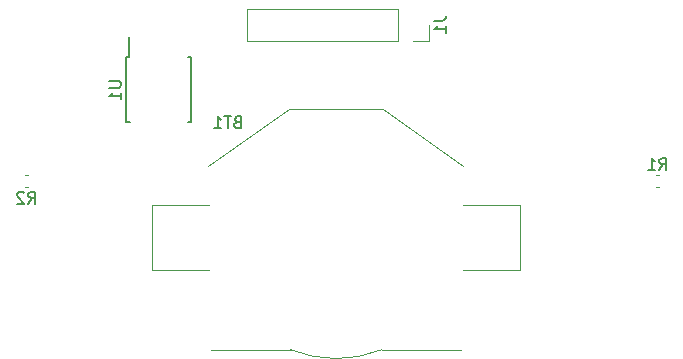
<source format=gbr>
G04 #@! TF.GenerationSoftware,KiCad,Pcbnew,(5.1.4)-1*
G04 #@! TF.CreationDate,2020-02-13T00:02:55-05:00*
G04 #@! TF.ProjectId,enemies,656e656d-6965-4732-9e6b-696361645f70,rev?*
G04 #@! TF.SameCoordinates,Original*
G04 #@! TF.FileFunction,Legend,Bot*
G04 #@! TF.FilePolarity,Positive*
%FSLAX46Y46*%
G04 Gerber Fmt 4.6, Leading zero omitted, Abs format (unit mm)*
G04 Created by KiCad (PCBNEW (5.1.4)-1) date 2020-02-13 00:02:55*
%MOMM*%
%LPD*%
G04 APERTURE LIST*
%ADD10C,0.150000*%
%ADD11C,0.120000*%
G04 APERTURE END LIST*
D10*
X117450000Y-89250000D02*
X117450000Y-87500000D01*
X122755000Y-89250000D02*
X122755000Y-94750000D01*
X117245000Y-89250000D02*
X117245000Y-94750000D01*
X122755000Y-89250000D02*
X122455000Y-89250000D01*
X122755000Y-94750000D02*
X122455000Y-94750000D01*
X117245000Y-94750000D02*
X117545000Y-94750000D01*
X117245000Y-89250000D02*
X117450000Y-89250000D01*
D11*
X108624721Y-99240000D02*
X108950279Y-99240000D01*
X108624721Y-100260000D02*
X108950279Y-100260000D01*
X162375279Y-100260000D02*
X162049721Y-100260000D01*
X162375279Y-99240000D02*
X162049721Y-99240000D01*
X142830000Y-87830000D02*
X142830000Y-86500000D01*
X141500000Y-87830000D02*
X142830000Y-87830000D01*
X140230000Y-87830000D02*
X140230000Y-85170000D01*
X140230000Y-85170000D02*
X127470000Y-85170000D01*
X140230000Y-87830000D02*
X127470000Y-87830000D01*
X127470000Y-87830000D02*
X127470000Y-85170000D01*
X124200000Y-98450000D02*
X131050000Y-93650000D01*
X131050000Y-93650000D02*
X138950000Y-93650000D01*
X138950000Y-93650000D02*
X145750000Y-98450000D01*
X124450000Y-114000000D02*
X131150000Y-114000000D01*
X131153615Y-114001464D02*
G75*
G03X138850000Y-114000000I3846385J9501464D01*
G01*
X145550000Y-114000000D02*
X138850000Y-114000000D01*
X124250000Y-107250000D02*
X119450000Y-107250000D01*
X119450000Y-107250000D02*
X119450000Y-101750000D01*
X119450000Y-101750000D02*
X124250000Y-101750000D01*
X145750000Y-101750000D02*
X150550000Y-101750000D01*
X150550000Y-101750000D02*
X150550000Y-107250000D01*
X150550000Y-107250000D02*
X145750000Y-107250000D01*
D10*
X115772380Y-91238095D02*
X116581904Y-91238095D01*
X116677142Y-91285714D01*
X116724761Y-91333333D01*
X116772380Y-91428571D01*
X116772380Y-91619047D01*
X116724761Y-91714285D01*
X116677142Y-91761904D01*
X116581904Y-91809523D01*
X115772380Y-91809523D01*
X116772380Y-92809523D02*
X116772380Y-92238095D01*
X116772380Y-92523809D02*
X115772380Y-92523809D01*
X115915238Y-92428571D01*
X116010476Y-92333333D01*
X116058095Y-92238095D01*
X108954166Y-101632380D02*
X109287500Y-101156190D01*
X109525595Y-101632380D02*
X109525595Y-100632380D01*
X109144642Y-100632380D01*
X109049404Y-100680000D01*
X109001785Y-100727619D01*
X108954166Y-100822857D01*
X108954166Y-100965714D01*
X109001785Y-101060952D01*
X109049404Y-101108571D01*
X109144642Y-101156190D01*
X109525595Y-101156190D01*
X108573214Y-100727619D02*
X108525595Y-100680000D01*
X108430357Y-100632380D01*
X108192261Y-100632380D01*
X108097023Y-100680000D01*
X108049404Y-100727619D01*
X108001785Y-100822857D01*
X108001785Y-100918095D01*
X108049404Y-101060952D01*
X108620833Y-101632380D01*
X108001785Y-101632380D01*
X162379166Y-98772380D02*
X162712500Y-98296190D01*
X162950595Y-98772380D02*
X162950595Y-97772380D01*
X162569642Y-97772380D01*
X162474404Y-97820000D01*
X162426785Y-97867619D01*
X162379166Y-97962857D01*
X162379166Y-98105714D01*
X162426785Y-98200952D01*
X162474404Y-98248571D01*
X162569642Y-98296190D01*
X162950595Y-98296190D01*
X161426785Y-98772380D02*
X161998214Y-98772380D01*
X161712500Y-98772380D02*
X161712500Y-97772380D01*
X161807738Y-97915238D01*
X161902976Y-98010476D01*
X161998214Y-98058095D01*
X143282380Y-86166666D02*
X143996666Y-86166666D01*
X144139523Y-86119047D01*
X144234761Y-86023809D01*
X144282380Y-85880952D01*
X144282380Y-85785714D01*
X144282380Y-87166666D02*
X144282380Y-86595238D01*
X144282380Y-86880952D02*
X143282380Y-86880952D01*
X143425238Y-86785714D01*
X143520476Y-86690476D01*
X143568095Y-86595238D01*
X126635714Y-94728571D02*
X126492857Y-94776190D01*
X126445238Y-94823809D01*
X126397619Y-94919047D01*
X126397619Y-95061904D01*
X126445238Y-95157142D01*
X126492857Y-95204761D01*
X126588095Y-95252380D01*
X126969047Y-95252380D01*
X126969047Y-94252380D01*
X126635714Y-94252380D01*
X126540476Y-94300000D01*
X126492857Y-94347619D01*
X126445238Y-94442857D01*
X126445238Y-94538095D01*
X126492857Y-94633333D01*
X126540476Y-94680952D01*
X126635714Y-94728571D01*
X126969047Y-94728571D01*
X126111904Y-94252380D02*
X125540476Y-94252380D01*
X125826190Y-95252380D02*
X125826190Y-94252380D01*
X124683333Y-95252380D02*
X125254761Y-95252380D01*
X124969047Y-95252380D02*
X124969047Y-94252380D01*
X125064285Y-94395238D01*
X125159523Y-94490476D01*
X125254761Y-94538095D01*
M02*

</source>
